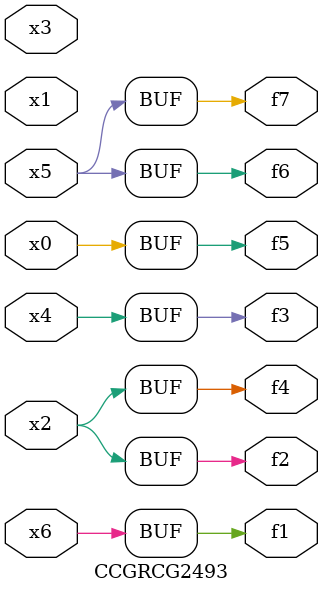
<source format=v>
module CCGRCG2493(
	input x0, x1, x2, x3, x4, x5, x6,
	output f1, f2, f3, f4, f5, f6, f7
);
	assign f1 = x6;
	assign f2 = x2;
	assign f3 = x4;
	assign f4 = x2;
	assign f5 = x0;
	assign f6 = x5;
	assign f7 = x5;
endmodule

</source>
